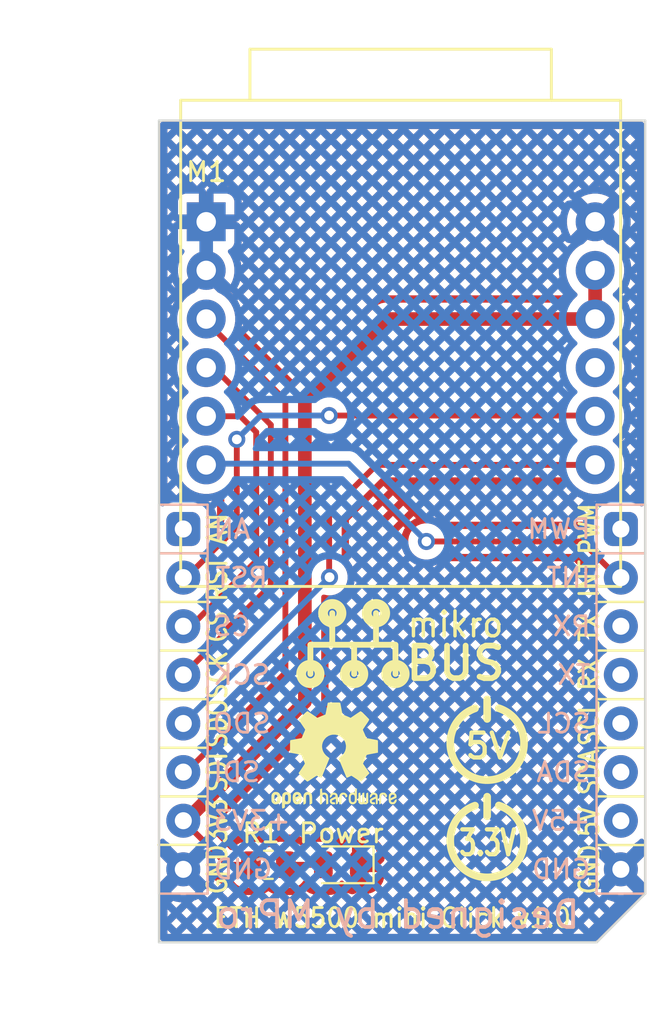
<source format=kicad_pcb>
(kicad_pcb (version 20241229) (generator "pcbnew") (generator_version "9.0")
  (title_block (title "Ethernet W5500 mini Click") (date "2023-08-20") (rev "1.0") (company "© 2023 MPro") (comment 1 "Designed by MPro") (comment 4 "Licensed under CERN-OHL-P v2 or any later version"))
  (layers (0 "F.Cu" signal) (2 "B.Cu" signal) (13 "F.Paste" user) (15 "B.Paste" user) (5 "F.SilkS" user "F.Silkscreen") (7 "B.SilkS" user "B.Silkscreen") (1 "F.Mask" user) (3 "B.Mask" user) (25 "Edge.Cuts" user))
  (net 0 "")
  (net 2 "/RST")
  (net 3 "/CS")
  (net 4 "/SCK")
  (net 5 "/MISO")
  (net 6 "/MOSI")
  (net 7 "/+3V3")
  (net 8 "GND")
  (net 14 "/INT")
  (net 17 "Net-(D1-A)")
  (footprint "footprints:W5500-MINI" (layer "F.Cu") (at 94.5412 47.6885)
    (property "Reference" "M1" (at 0 -2.6035 180) (layer "F.SilkS"))
    (property "Value" "W5500-MINI" (hide yes))
    (fp_line (start -1.3335 -6.35) (end -1.3335 19.05) (stroke (width 0.1524)) (layer "F.SilkS"))
    (fp_line (start -1.3335 -6.35) (end 21.6535 -6.35) (stroke (width 0.1524)) (layer "F.SilkS"))
    (fp_line (start -1.3335 19.05) (end 21.6535 19.05) (stroke (width 0.1524)) (layer "F.SilkS"))
    (fp_line (start 2.286 -6.35) (end 2.286 -9.017) (stroke (width 0.1524)) (layer "F.SilkS"))
    (fp_line (start 18.034 -9.017) (end 2.286 -9.017) (stroke (width 0.1524)) (layer "F.SilkS"))
    (fp_line (start 18.034 -6.35) (end 18.034 -9.017) (stroke (width 0.1524)) (layer "F.SilkS"))
    (fp_line (start 21.6535 -6.35) (end 21.6535 19.05) (stroke (width 0.1524)) (layer "F.SilkS"))
    (pad "1" thru_hole rect (at 0 0) (size 2.032 2.032) (drill 1.016) (layers "*.Cu" "*.Mask") (net 8 "GND"))
    (pad "2" thru_hole circle (at 0 2.54) (size 2.032 2.032) (drill 1.016) (layers "*.Cu" "*.Mask") (net 8 "GND"))
    (pad "3" thru_hole circle (at 0 5.08) (size 2.032 2.032) (drill 1.016) (layers "*.Cu" "*.Mask") (net 6 "/MOSI"))
    (pad "4" thru_hole circle (at 0 7.62) (size 2.032 2.032) (drill 1.016) (layers "*.Cu" "*.Mask") (net 4 "/SCK"))
    (pad "5" thru_hole circle (at 0 10.16) (size 2.032 2.032) (drill 1.016) (layers "*.Cu" "*.Mask") (net 3 "/CS"))
    (pad "6" thru_hole circle (at 0 12.7) (size 2.032 2.032) (drill 1.016) (layers "*.Cu" "*.Mask") (net 14 "/INT"))
    (pad "7" thru_hole circle (at 20.32 12.7) (size 2.032 2.032) (drill 1.016) (layers "*.Cu" "*.Mask") (net 5 "/MISO"))
    (pad "8" thru_hole circle (at 20.32 10.16) (size 2.032 2.032) (drill 1.016) (layers "*.Cu" "*.Mask") (net 2 "/RST"))
    (pad "9" thru_hole circle (at 20.32 7.62) (size 2.032 2.032) (drill 1.016) (layers "*.Cu" "*.Mask"))
    (pad "10" thru_hole circle (at 20.32 5.08) (size 2.032 2.032) (drill 1.016) (layers "*.Cu" "*.Mask") (net 7 "/+3V3"))
    (pad "11" thru_hole circle (at 20.32 2.54) (size 2.032 2.032) (drill 1.016) (layers "*.Cu" "*.Mask") (net 7 "/+3V3"))
    (pad "12" thru_hole circle (at 20.32 0) (size 2.032 2.032) (drill 1.016) (layers "*.Cu" "*.Mask") (net 8 "GND"))
  )
  (footprint "footprints:OSHW-Logo2_7.3x6mm_SilkScreen" (layer "F.Cu") (at 101.219 75.565)
    (property "Reference" "LOGO1" (hide yes))
    (property "Value" "Logo_Open_Hardware_Small" (hide yes))
    (fp_poly (pts (xy 2.6526 1.958752) (xy 2.669948 1.966334) (xy 2.711356 1.999128) (xy 2.746765 2.046547) (xy 2.768664 2.097151) (xy 2.772229 2.122098) (xy 2.760279 2.156927) (xy 2.734067 2.175357) (xy 2.705964 2.186516) (xy 2.693095 2.188572) (xy 2.686829 2.173649) (xy 2.674456 2.141175) (xy 2.669028 2.126502) (xy 2.63859 2.075744) (xy 2.59452 2.050427) (xy 2.53801 2.051206) (xy 2.533825 2.052203) (xy 2.503655 2.066507) (xy 2.481476 2.094393) (xy 2.466327 2.139287) (xy 2.45725 2.204615) (xy 2.453286 2.293804) (xy 2.452914 2.341261) (xy 2.45273 2.416071) (xy 2.451522 2.467069) (xy 2.448309 2.499471) (xy 2.442109 2.518495) (xy 2.43194 2.529356) (xy 2.416819 2.537272) (xy 2.415946 2.53767) (xy 2.386828 2.549981) (xy 2.372403 2.554514) (xy 2.370186 2.540809) (xy 2.368289 2.502925) (xy 2.366847 2.445715) (xy 2.365998 2.374027) (xy 2.365829 2.321565) (xy 2.366692 2.220047) (xy 2.37007 2.143032) (xy 2.377142 2.086023) (xy 2.389088 2.044526) (xy 2.40709 2.014043) (xy 2.432327 1.99008) (xy 2.457247 1.973355) (xy 2.517171 1.951097) (xy 2.586911 1.946076) (xy 2.6526 1.958752)) (stroke (width 0.01)) (fill yes) (layer "F.SilkS"))
    (fp_poly (pts (xy -1.283907 1.92778) (xy -1.237328 1.954723) (xy -1.204943 1.981466) (xy -1.181258 2.009484) (xy -1.164941 2.043748) (xy -1.154661 2.089227) (xy -1.149086 2.150892) (xy -1.146884 2.233711) (xy -1.146629 2.293246) (xy -1.146629 2.512391) (xy -1.208314 2.540044) (xy -1.27 2.567697) (xy -1.277257 2.32767) (xy -1.280256 2.238028) (xy -1.283402 2.172962) (xy -1.287299 2.128026) (xy -1.292553 2.09877) (xy -1.299769 2.080748) (xy -1.30955 2.069511) (xy -1.312688 2.067079) (xy -1.360239 2.048083) (xy -1.408303 2.0556) (xy -1.436914 2.075543) (xy -1.448553 2.089675) (xy -1.456609 2.10822) (xy -1.461729 2.136334) (xy -1.464559 2.179173) (xy -1.465744 2.241895) (xy -1.465943 2.307261) (xy -1.465982 2.389268) (xy -1.467386 2.447316) (xy -1.472086 2.486465) (xy -1.482013 2.51178) (xy -1.499097 2.528323) (xy -1.525268 2.541156) (xy -1.560225 2.554491) (xy -1.598404 2.569007) (xy -1.593859 2.311389) (xy -1.592029 2.218519) (xy -1.589888 2.149889) (xy -1.586819 2.100711) (xy -1.582206 2.066198) (xy -1.575432 2.041562) (xy -1.565881 2.022016) (xy -1.554366 2.00477) (xy -1.49881 1.94968) (xy -1.43102 1.917822) (xy -1.357287 1.910191) (xy -1.283907 1.92778)) (stroke (width 0.01)) (fill yes) (layer "F.SilkS"))
    (fp_poly (pts (xy 0.529926 1.949755) (xy 0.595858 1.974084) (xy 0.649273 2.017117) (xy 0.670164 2.047409) (xy 0.692939 2.102994) (xy 0.692466 2.143186) (xy 0.668562 2.170217) (xy 0.659717 2.174813) (xy 0.62153 2.189144) (xy 0.602028 2.185472) (xy 0.595422 2.161407) (xy 0.595086 2.148114) (xy 0.582992 2.09921) (xy 0.551471 2.064999) (xy 0.507659 2.048476) (xy 0.458695 2.052634) (xy 0.418894 2.074227) (xy 0.40545 2.086544) (xy 0.395921 2.101487) (xy 0.389485 2.124075) (xy 0.385317 2.159328) (xy 0.382597 2.212266) (xy 0.380502 2.287907) (xy 0.37996 2.311857) (xy 0.377981 2.39379) (xy 0.375731 2.451455) (xy 0.372357 2.489608) (xy 0.367006 2.513004) (xy 0.358824 2.526398) (xy 0.346959 2.534545) (xy 0.339362 2.538144) (xy 0.307102 2.550452) (xy 0.288111 2.554514) (xy 0.281836 2.540948) (xy 0.278006 2.499934) (xy 0.2766 2.430999) (xy 0.277598 2.333669) (xy 0.277908 2.318657) (xy 0.280101 2.229859) (xy 0.282693 2.165019) (xy 0.286382 2.119067) (xy 0.291864 2.086935) (xy 0.299835 2.063553) (xy 0.310993 2.043852) (xy 0.31683 2.03541) (xy 0.350296 1.998057) (xy 0.387727 1.969003) (xy 0.392309 1.966467) (xy 0.459426 1.946443) (xy 0.529926 1.949755)) (stroke (width 0.01)) (fill yes) (layer "F.SilkS"))
    (fp_poly (pts (xy -0.624114 1.851289) (xy -0.619861 1.910613) (xy -0.614975 1.945572) (xy -0.608205 1.96082) (xy -0.598298 1.961015) (xy -0.595086 1.959195) (xy -0.552356 1.946015) (xy -0.496773 1.946785) (xy -0.440263 1.960333) (xy -0.404918 1.977861) (xy -0.368679 2.005861) (xy -0.342187 2.037549) (xy -0.324001 2.077813) (xy -0.312678 2.131543) (xy -0.306778 2.203626) (xy -0.304857 2.298951) (xy -0.304823 2.317237) (xy -0.3048 2.522646) (xy -0.350509 2.53858) (xy -0.382973 2.54942) (xy -0.400785 2.554468) (xy -0.401309 2.554514) (xy -0.403063 2.540828) (xy -0.404556 2.503076) (xy -0.405674 2.446224) (xy -0.406303 2.375234) (xy -0.4064 2.332073) (xy -0.406602 2.246973) (xy -0.407642 2.185981) (xy -0.410169 2.144177) (xy -0.414836 2.116642) (xy -0.422293 2.098456) (xy -0.433189 2.084698) (xy -0.439993 2.078073) (xy -0.486728 2.051375) (xy -0.537728 2.049375) (xy -0.583999 2.071955) (xy -0.592556 2.080107) (xy -0.605107 2.095436) (xy -0.613812 2.113618) (xy -0.619369 2.139909) (xy -0.622474 2.179562) (xy -0.623824 2.237832) (xy -0.624114 2.318173) (xy -0.624114 2.522646) (xy -0.669823 2.53858) (xy -0.702287 2.54942) (xy -0.720099 2.554468) (xy -0.720623 2.554514) (xy -0.721963 2.540623) (xy -0.723172 2.501439) (xy -0.724199 2.4407) (xy -0.724998 2.362141) (xy -0.725519 2.269498) (xy -0.725714 2.166509) (xy -0.725714 1.769342) (xy -0.678543 1.749444) (xy -0.631371 1.729547) (xy -0.624114 1.851289)) (stroke (width 0.01)) (fill yes) (layer "F.SilkS"))
    (fp_poly (pts (xy 1.779833 1.958663) (xy 1.782048 1.99685) (xy 1.783784 2.054886) (xy 1.784899 2.12818) (xy 1.785257 2.205055) (xy 1.785257 2.465196) (xy 1.739326 2.511127) (xy 1.707675 2.539429) (xy 1.67989 2.550893) (xy 1.641915 2.550168) (xy 1.62684 2.548321) (xy 1.579726 2.542948) (xy 1.540756 2.539869) (xy 1.531257 2.539585) (xy 1.499233 2.541445) (xy 1.453432 2.546114) (xy 1.435674 2.548321) (xy 1.392057 2.551735) (xy 1.362745 2.54432) (xy 1.33368 2.521427) (xy 1.323188 2.511127) (xy 1.277257 2.465196) (xy 1.277257 1.978602) (xy 1.314226 1.961758) (xy 1.346059 1.949282) (xy 1.364683 1.944914) (xy 1.369458 1.958718) (xy 1.373921 1.997286) (xy 1.377775 2.056356) (xy 1.380722 2.131663) (xy 1.382143 2.195286) (xy 1.386114 2.445657) (xy 1.420759 2.450556) (xy 1.452268 2.447131) (xy 1.467708 2.436041) (xy 1.472023 2.415308) (xy 1.475708 2.371145) (xy 1.478469 2.309146) (xy 1.480012 2.234909) (xy 1.480235 2.196706) (xy 1.480457 1.976783) (xy 1.526166 1.960849) (xy 1.558518 1.950015) (xy 1.576115 1.944962) (xy 1.576623 1.944914) (xy 1.578388 1.958648) (xy 1.580329 1.99673) (xy 1.582282 2.054482) (xy 1.584084 2.127227) (xy 1.585343 2.195286) (xy 1.589314 2.445657) (xy 1.6764 2.445657) (xy 1.680396 2.21724) (xy 1.684392 1.988822) (xy 1.726847 1.966868) (xy 1.758192 1.951793) (xy 1.776744 1.944951) (xy 1.777279 1.944914) (xy 1.779833 1.958663)) (stroke (width 0.01)) (fill yes) (layer "F.SilkS"))
    (fp_poly (pts (xy -2.958885 1.921962) (xy -2.890855 1.957733) (xy -2.840649 2.015301) (xy -2.822815 2.052312) (xy -2.808937 2.107882) (xy -2.801833 2.178096) (xy -2.80116 2.254727) (xy -2.806573 2.329552) (xy -2.81773 2.394342) (xy -2.834286 2.440873) (xy -2.839374 2.448887) (xy -2.899645 2.508707) (xy -2.971231 2.544535) (xy -3.048908 2.55502) (xy -3.127452 2.53881) (xy -3.149311 2.529092) (xy -3.191878 2.499143) (xy -3.229237 2.459433) (xy -3.232768 2.454397) (xy -3.247119 2.430124) (xy -3.256606 2.404178) (xy -3.26221 2.370022) (xy -3.264914 2.321119) (xy -3.265701 2.250935) (xy -3.265714 2.2352) (xy -3.265678 2.230192) (xy -3.120571 2.230192) (xy -3.119727 2.29643) (xy -3.116404 2.340386) (xy -3.109417 2.368779) (xy -3.097584 2.388325) (xy -3.091543 2.394857) (xy -3.056814 2.41968) (xy -3.023097 2.418548) (xy -2.989005 2.397016) (xy -2.968671 2.374029) (xy -2.956629 2.340478) (xy -2.949866 2.287569) (xy -2.949402 2.281399) (xy -2.948248 2.185513) (xy -2.960312 2.114299) (xy -2.98543 2.068194) (xy -3.02344 2.047635) (xy -3.037008 2.046514) (xy -3.072636 2.052152) (xy -3.097006 2.071686) (xy -3.111907 2.109042) (xy -3.119125 2.16815) (xy -3.120571 2.230192) (xy -3.265678 2.230192) (xy -3.265174 2.160413) (xy -3.262904 2.108159) (xy -3.257932 2.071949) (xy -3.249287 2.045299) (xy -3.235995 2.021722) (xy -3.233057 2.017338) (xy -3.183687 1.958249) (xy -3.129891 1.923947) (xy -3.064398 1.910331) (xy -3.042158 1.909665) (xy -2.958885 1.921962)) (stroke (width 0.01)) (fill yes) (layer "F.SilkS"))
    (fp_poly (pts (xy 3.153595 1.966966) (xy 3.211021 2.004497) (xy 3.238719 2.038096) (xy 3.260662 2.099064) (xy 3.262405 2.147308) (xy 3.258457 2.211816) (xy 3.109686 2.276934) (xy 3.037349 2.310202) (xy 2.990084 2.336964) (xy 2.965507 2.360144) (xy 2.961237 2.382667) (xy 2.974889 2.407455) (xy 2.989943 2.423886) (xy 3.033746 2.450235) (xy 3.081389 2.452081) (xy 3.125145 2.431546) (xy 3.157289 2.390752) (xy 3.163038 2.376347) (xy 3.190576 2.331356) (xy 3.222258 2.312182) (xy 3.265714 2.295779) (xy 3.265714 2.357966) (xy 3.261872 2.400283) (xy 3.246823 2.435969) (xy 3.21528 2.476943) (xy 3.210592 2.482267) (xy 3.175506 2.51872) (xy 3.145347 2.538283) (xy 3.107615 2.547283) (xy 3.076335 2.55023) (xy 3.020385 2.550965) (xy 2.980555 2.54166) (xy 2.955708 2.527846) (xy 2.916656 2.497467) (xy 2.889625 2.464613) (xy 2.872517 2.423294) (xy 2.863238 2.367521) (xy 2.859693 2.291305) (xy 2.85941 2.252622) (xy 2.860372 2.206247) (xy 2.948007 2.206247) (xy 2.949023 2.231126) (xy 2.951556 2.2352) (xy 2.968274 2.229665) (xy 3.004249 2.215017) (xy 3.052331 2.19419) (xy 3.062386 2.189714) (xy 3.123152 2.158814) (xy 3.156632 2.131657) (xy 3.16399 2.10622) (xy 3.146391 2.080481) (xy 3.131856 2.069109) (xy 3.07941 2.046364) (xy 3.030322 2.050122) (xy 2.989227 2.077884) (xy 2.960758 2.127152) (xy 2.951631 2.166257) (xy 2.948007 2.206247) (xy 2.860372 2.206247) (xy 2.861285 2.162249) (xy 2.868196 2.095384) (xy 2.881884 2.046695) (xy 2.904096 2.010849) (xy 2.936574 1.982513) (xy 2.950733 1.973355) (xy 3.015053 1.949507) (xy 3.085473 1.948006) (xy 3.153595 1.966966)) (stroke (width 0.01)) (fill yes) (layer "F.SilkS"))
    (fp_poly (pts (xy 1.190117 2.065358) (xy 1.189933 2.173837) (xy 1.189219 2.257287) (xy 1.187675 2.319704) (xy 1.185001 2.365085) (xy 1.180894 2.397429) (xy 1.175055 2.420733) (xy 1.167182 2.438995) (xy 1.161221 2.449418) (xy 1.111855 2.505945) (xy 1.049264 2.541377) (xy 0.980013 2.55409) (xy 0.910668 2.542463) (xy 0.869375 2.521568) (xy 0.826025 2.485422) (xy 0.796481 2.441276) (xy 0.778655 2.383462) (xy 0.770463 2.306313) (xy 0.769302 2.249714) (xy 0.769458 2.245647) (xy 0.870857 2.245647) (xy 0.871476 2.31055) (xy 0.874314 2.353514) (xy 0.88084 2.381622) (xy 0.892523 2.401953) (xy 0.906483 2.417288) (xy 0.953365 2.44689) (xy 1.003701 2.449419) (xy 1.051276 2.424705) (xy 1.054979 2.421356) (xy 1.070783 2.403935) (xy 1.080693 2.383209) (xy 1.086058 2.352362) (xy 1.088228 2.304577) (xy 1.088571 2.251748) (xy 1.087827 2.185381) (xy 1.084748 2.141106) (xy 1.078061 2.112009) (xy 1.066496 2.091173) (xy 1.057013 2.080107) (xy 1.01296 2.052198) (xy 0.962224 2.048843) (xy 0.913796 2.070159) (xy 0.90445 2.078073) (xy 0.88854 2.095647) (xy 0.87861 2.116587) (xy 0.873278 2.147782) (xy 0.871163 2.196122) (xy 0.870857 2.245647) (xy 0.769458 2.245647) (xy 0.77281 2.158568) (xy 0.784726 2.090086) (xy 0.807135 2.0386) (xy 0.842124 1.998443) (xy 0.869375 1.977861) (xy 0.918907 1.955625) (xy 0.976316 1.945304) (xy 1.029682 1.948067) (xy 1.059543 1.959212) (xy 1.071261 1.962383) (xy 1.079037 1.950557) (xy 1.084465 1.918866) (xy 1.088571 1.870593) (xy 1.093067 1.816829) (xy 1.099313 1.784482) (xy 1.110676 1.765985) (xy 1.130528 1.75377) (xy 1.143 1.748362) (xy 1.190171 1.728601) (xy 1.190117 2.065358)) (stroke (width 0.01)) (fill yes) (layer "F.SilkS"))
    (fp_poly (pts (xy -1.831697 1.931239) (xy -1.774473 1.969735) (xy -1.730251 2.025335) (xy -1.703833 2.096086) (xy -1.69849 2.148162) (xy -1.699097 2.169893) (xy -1.704178 2.186531) (xy -1.718145 2.201437) (xy -1.745411 2.217973) (xy -1.790388 2.239498) (xy -1.857489 2.269374) (xy -1.857829 2.269524) (xy -1.919593 2.297813) (xy -1.970241 2.322933) (xy -2.004596 2.342179) (xy -2.017482 2.352848) (xy -2.017486 2.352934) (xy -2.006128 2.376166) (xy -1.979569 2.401774) (xy -1.949077 2.420221) (xy -1.93363 2.423886) (xy -1.891485 2.411212) (xy -1.855192 2.379471) (xy -1.837483 2.344572) (xy -1.820448 2.318845) (xy -1.787078 2.289546) (xy -1.747851 2.264235) (xy -1.713244 2.250471) (xy -1.706007 2.249714) (xy -1.697861 2.26216) (xy -1.69737 2.293972) (xy -1.703357 2.336866) (xy -1.714643 2.382558) (xy -1.73005 2.422761) (xy -1.730829 2.424322) (xy -1.777196 2.489062) (xy -1.837289 2.533097) (xy -1.905535 2.554711) (xy -1.976362 2.552185) (xy -2.044196 2.523804) (xy -2.047212 2.521808) (xy -2.100573 2.473448) (xy -2.13566 2.410352) (xy -2.155078 2.327387) (xy -2.157684 2.304078) (xy -2.162299 2.194055) (xy -2.156767 2.142748) (xy -2.017486 2.142748) (xy -2.015676 2.174753) (xy -2.005778 2.184093) (xy -1.981102 2.177105) (xy -1.942205 2.160587) (xy -1.898725 2.139881) (xy -1.897644 2.139333) (xy -1.860791 2.119949) (xy -1.846 2.107013) (xy -1.849647 2.093451) (xy -1.865005 2.075632) (xy -1.904077 2.049845) (xy -1.946154 2.04795) (xy -1.983897 2.066717) (xy -2.009966 2.102915) (xy -2.017486 2.142748) (xy -2.156767 2.142748) (xy -2.152806 2.106027) (xy -2.12845 2.036212) (xy -2.094544 1.987302) (xy -2.033347 1.937878) (xy -1.965937 1.913359) (xy -1.89712 1.911797) (xy -1.831697 1.931239)) (stroke (width 0.01)) (fill yes) (layer "F.SilkS"))
    (fp_poly (pts (xy 0.039744 1.950968) (xy 0.096616 1.972087) (xy 0.097267 1.972493) (xy 0.13244 1.99838) (xy 0.158407 2.028633) (xy 0.17667 2.068058) (xy 0.188732 2.121462) (xy 0.196096 2.193651) (xy 0.200264 2.289432) (xy 0.200629 2.303078) (xy 0.205876 2.508842) (xy 0.161716 2.531678) (xy 0.129763 2.54711) (xy 0.11047 2.554423) (xy 0.109578 2.554514) (xy 0.106239 2.541022) (xy 0.103587 2.504626) (xy 0.101956 2.451452) (xy 0.1016 2.408393) (xy 0.101592 2.338641) (xy 0.098403 2.294837) (xy 0.087288 2.273944) (xy 0.063501 2.272925) (xy 0.022296 2.288741) (xy -0.039914 2.317815) (xy -0.085659 2.341963) (xy -0.109187 2.362913) (xy -0.116104 2.385747) (xy -0.116114 2.386877) (xy -0.104701 2.426212) (xy -0.070908 2.447462) (xy -0.019191 2.450539) (xy 0.018061 2.450006) (xy 0.037703 2.460735) (xy 0.049952 2.486505) (xy 0.057002 2.519337) (xy 0.046842 2.537966) (xy 0.043017 2.540632) (xy 0.007001 2.55134) (xy -0.043434 2.552856) (xy -0.095374 2.545759) (xy -0.132178 2.532788) (xy -0.183062 2.489585) (xy -0.211986 2.429446) (xy -0.217714 2.382462) (xy -0.213343 2.340082) (xy -0.197525 2.305488) (xy -0.166203 2.274763) (xy -0.115322 2.24399) (xy -0.040824 2.209252) (xy -0.036286 2.207288) (xy 0.030821 2.176287) (xy 0.072232 2.150862) (xy 0.089981 2.128014) (xy 0.086107 2.104745) (xy 0.062643 2.078056) (xy 0.055627 2.071914) (xy 0.00863 2.0481) (xy -0.040067 2.049103) (xy -0.082478 2.072451) (xy -0.110616 2.115675) (xy -0.113231 2.12416) (xy -0.138692 2.165308) (xy -0.170999 2.185128) (xy -0.217714 2.20477) (xy -0.217714 2.15395) (xy -0.203504 2.080082) (xy -0.161325 2.012327) (xy -0.139376 1.989661) (xy -0.089483 1.960569) (xy -0.026033 1.9474) (xy 0.039744 1.950968)) (stroke (width 0.01)) (fill yes) (layer "F.SilkS"))
    (fp_poly (pts (xy -2.400256 1.919918) (xy -2.344799 1.947568) (xy -2.295852 1.99848) (xy -2.282371 2.017338) (xy -2.267686 2.042015) (xy -2.258158 2.068816) (xy -2.252707 2.104587) (xy -2.250253 2.156169) (xy -2.249714 2.224267) (xy -2.252148 2.317588) (xy -2.260606 2.387657) (xy -2.276826 2.439931) (xy -2.302546 2.479869) (xy -2.339503 2.512929) (xy -2.342218 2.514886) (xy -2.37864 2.534908) (xy -2.422498 2.544815) (xy -2.478276 2.547257) (xy -2.568952 2.547257) (xy -2.56899 2.635283) (xy -2.569834 2.684308) (xy -2.574976 2.713065) (xy -2.588413 2.730311) (xy -2.614142 2.744808) (xy -2.620321 2.747769) (xy -2.649236 2.761648) (xy -2.671624 2.770414) (xy -2.688271 2.771171) (xy -2.699964 2.761023) (xy -2.70749 2.737073) (xy -2.711634 2.696426) (xy -2.713185 2.636186) (xy -2.712929 2.553455) (xy -2.711651 2.445339) (xy -2.711252 2.413) (xy -2.709815 2.301524) (xy -2.708528 2.228603) (xy -2.569029 2.228603) (xy -2.568245 2.290499) (xy -2.56476 2.330997) (xy -2.556876 2.357708) (xy -2.542895 2.378244) (xy -2.533403 2.38826) (xy -2.494596 2.417567) (xy -2.460237 2.419952) (xy -2.424784 2.39575) (xy -2.423886 2.394857) (xy -2.409461 2.376153) (xy -2.400687 2.350732) (xy -2.396261 2.311584) (xy -2.394882 2.251697) (xy -2.394857 2.23843) (xy -2.398188 2.155901) (xy -2.409031 2.098691) (xy -2.42866 2.063766) (xy -2.45835 2.048094) (xy -2.475509 2.046514) (xy -2.516234 2.053926) (xy -2.544168 2.07833) (xy -2.560983 2.12298) (xy -2.56835 2.19113) (xy -2.569029 2.228603) (xy -2.708528 2.228603) (xy -2.708292 2.215245) (xy -2.706323 2.150333) (xy -2.70355 2.102958) (xy -2.699612 2.06929) (xy -2.694151 2.045498) (xy -2.686808 2.027753) (xy -2.677223 2.012224) (xy -2.673113 2.006381) (xy -2.618595 1.951185) (xy -2.549664 1.91989) (xy -2.469928 1.911165) (xy -2.400256 1.919918)) (stroke (width 0.01)) (fill yes) (layer "F.SilkS"))
    (fp_poly (pts (xy 2.144876 1.956335) (xy 2.186667 1.975344) (xy 2.219469 1.998378) (xy 2.243503 2.024133) (xy 2.260097 2.057358) (xy 2.270577 2.1028) (xy 2.276271 2.165207) (xy 2.278507 2.249327) (xy 2.278743 2.304721) (xy 2.278743 2.520826) (xy 2.241774 2.53767) (xy 2.212656 2.549981) (xy 2.198231 2.554514) (xy 2.195472 2.541025) (xy 2.193282 2.504653) (xy 2.191942 2.451542) (xy 2.191657 2.409372) (xy 2.190434 2.348447) (xy 2.187136 2.300115) (xy 2.182321 2.270518) (xy 2.178496 2.264229) (xy 2.152783 2.270652) (xy 2.112418 2.287125) (xy 2.065679 2.309458) (xy 2.020845 2.333457) (xy 1.986193 2.35493) (xy 1.970002 2.369685) (xy 1.969938 2.369845) (xy 1.97133 2.397152) (xy 1.983818 2.423219) (xy 2.005743 2.444392) (xy 2.037743 2.451474) (xy 2.065092 2.450649) (xy 2.103826 2.450042) (xy 2.124158 2.459116) (xy 2.136369 2.483092) (xy 2.137909 2.487613) (xy 2.143203 2.521806) (xy 2.129047 2.542568) (xy 2.092148 2.552462) (xy 2.052289 2.554292) (xy 1.980562 2.540727) (xy 1.943432 2.521355) (xy 1.897576 2.475845) (xy 1.873256 2.419983) (xy 1.871073 2.360957) (xy 1.891629 2.305953) (xy 1.922549 2.271486) (xy 1.95342 2.252189) (xy 2.001942 2.227759) (xy 2.058485 2.202985) (xy 2.06791 2.199199) (xy 2.130019 2.171791) (xy 2.165822 2.147634) (xy 2.177337 2.123619) (xy 2.16658 2.096635) (xy 2.148114 2.075543) (xy 2.104469 2.049572) (xy 2.056446 2.047624) (xy 2.012406 2.067637) (xy 1.980709 2.107551) (xy 1.976549 2.117848) (xy 1.952327 2.155724) (xy 1.916965 2.183842) (xy 1.872343 2.206917) (xy 1.872343 2.141485) (xy 1.874969 2.101506) (xy 1.88623 2.069997) (xy 1.911199 2.036378) (xy 1.935169 2.010484) (xy 1.972441 1.973817) (xy 2.001401 1.954121) (xy 2.032505 1.94622) (xy 2.067713 1.944914) (xy 2.144876 1.956335)) (stroke (width 0.01)) (fill yes) (layer "F.SilkS"))
    (fp_poly (pts (xy 0.10391 -2.757652) (xy 0.182454 -2.757222) (xy 0.239298 -2.756058) (xy 0.278105 -2.753793) (xy 0.302538 -2.75006) (xy 0.316262 -2.744494) (xy 0.32294 -2.736727) (xy 0.326236 -2.726395) (xy 0.326556 -2.725057) (xy 0.331562 -2.700921) (xy 0.340829 -2.653299) (xy 0.353392 -2.587259) (xy 0.368287 -2.507872) (xy 0.384551 -2.420204) (xy 0.385119 -2.417125) (xy 0.40141 -2.331211) (xy 0.416652 -2.255304) (xy 0.429861 -2.193955) (xy 0.440054 -2.151718) (xy 0.446248 -2.133145) (xy 0.446543 -2.132816) (xy 0.464788 -2.123747) (xy 0.502405 -2.108633) (xy 0.551271 -2.090738) (xy 0.551543 -2.090642) (xy 0.613093 -2.067507) (xy 0.685657 -2.038035) (xy 0.754057 -2.008403) (xy 0.757294 -2.006938) (xy 0.868702 -1.956374) (xy 1.115399 -2.12484) (xy 1.191077 -2.176197) (xy 1.259631 -2.222111) (xy 1.317088 -2.25997) (xy 1.359476 -2.287163) (xy 1.382825 -2.301079) (xy 1.385042 -2.302111) (xy 1.40201 -2.297516) (xy 1.433701 -2.275345) (xy 1.481352 -2.234553) (xy 1.546198 -2.174095) (xy 1.612397 -2.109773) (xy 1.676214 -2.046388) (xy 1.733329 -1.988549) (xy 1.780305 -1.939825) (xy 1.813703 -1.90379) (xy 1.830085 -1.884016) (xy 1.830694 -1.882998) (xy 1.832505 -1.869428) (xy 1.825683 -1.847267) (xy 1.80854 -1.813522) (xy 1.779393 -1.7652) (xy 1.736555 -1.699308) (xy 1.679448 -1.614483) (xy 1.628766 -1.539823) (xy 1.583461 -1.47286) (xy 1.54615 -1.417484) (xy 1.519452 -1.37758) (xy 1.505985 -1.357038) (xy 1.505137 -1.355644) (xy 1.506781 -1.335962) (xy 1.519245 -1.297707) (xy 1.540048 -1.248111) (xy 1.547462 -1.232272) (xy 1.579814 -1.16171) (xy 1.614328 -1.081647) (xy 1.642365 -1.012371) (xy 1.662568 -0.960955) (xy 1.678615 -0.921881) (xy 1.687888 -0.901459) (xy 1.689041 -0.899886) (xy 1.706096 -0.897279) (xy 1.746298 -0.890137) (xy 1.804302 -0.879477) (xy 1.874763 -0.866315) (xy 1.952335 -0.851667) (xy 2.031672 -0.836551) (xy 2.107431 -0.821982) (xy 2.174264 -0.808978) (xy 2.226828 -0.798555) (xy 2.259776 -0.79173) (xy 2.267857 -0.789801) (xy 2.276205 -0.785038) (xy 2.282506 -0.774282) (xy 2.287045 -0.753902) (xy 2.290104 -0.720266) (xy 2.291967 -0.669745) (xy 2.292918 -0.598708) (xy 2.29324 -0.503524) (xy 2.293257 -0.464508) (xy 2.293257 -0.147201) (xy 2.217057 -0.132161) (xy 2.174663 -0.124005) (xy 2.1114 -0.112101) (xy 2.034962 -0.097884) (xy 1.953043 -0.08279) (xy 1.9304 -0.078645) (xy 1.854806 -0.063947) (xy 1.788953 -0.049495) (xy 1.738366 -0.036625) (xy 1.708574 -0.026678) (xy 1.703612 -0.023713) (xy 1.691426 -0.002717) (xy 1.673953 0.037967) (xy 1.654577 0.090322) (xy 1.650734 0.1016) (xy 1.625339 0.171523) (xy 1.593817 0.250418) (xy 1.562969 0.321266) (xy 1.562817 0.321595) (xy 1.511447 0.432733) (xy 1.680399 0.681253) (xy 1.849352 0.929772) (xy 1.632429 1.147058) (xy 1.566819 1.211726) (xy 1.506979 1.268733) (xy 1.456267 1.315033) (xy 1.418046 1.347584) (xy 1.395675 1.363343) (xy 1.392466 1.364343) (xy 1.373626 1.356469) (xy 1.33518 1.334578) (xy 1.28133 1.301267) (xy 1.216276 1.259131) (xy 1.14594 1.211943) (xy 1.074555 1.16381) (xy 1.010908 1.121928) (xy 0.959041 1.088871) (xy 0.922995 1.067218) (xy 0.906867 1.059543) (xy 0.887189 1.066037) (xy 0.849875 1.08315) (xy 0.802621 1.107326) (xy 0.797612 1.110013) (xy 0.733977 1.141927) (xy 0.690341 1.157579) (xy 0.663202 1.157745) (xy 0.649057 1.143204) (xy 0.648975 1.143) (xy 0.641905 1.125779) (xy 0.625042 1.084899) (xy 0.599695 1.023525) (xy 0.567171 0.944819) (xy 0.528778 0.851947) (xy 0.485822 0.748072) (xy 0.444222 0.647502) (xy 0.398504 0.536516) (xy 0.356526 0.433703) (xy 0.319548 0.342215) (xy 0.288827 0.265201) (xy 0.265622 0.205815) (xy 0.25119 0.167209) (xy 0.246743 0.1528) (xy 0.257896 0.136272) (xy 0.287069 0.10993) (xy 0.325971 0.080887) (xy 0.436757 -0.010961) (xy 0.523351 -0.116241) (xy 0.584716 -0.232734) (xy 0.619815 -0.358224) (xy 0.627608 -0.490493) (xy 0.621943 -0.551543) (xy 0.591078 -0.678205) (xy 0.53792 -0.790059) (xy 0.465767 -0.885999) (xy 0.377917 -0.964924) (xy 0.277665 -1.02573) (xy 0.16831 -1.067313) (xy 0.053147 -1.088572) (xy -0.064525 -1.088401) (xy -0.18141 -1.065699) (xy -0.294211 -1.019362) (xy -0.399631 -0.948287) (xy -0.443632 -0.908089) (xy -0.528021 -0.804871) (xy -0.586778 -0.692075) (xy -0.620296 -0.57299) (xy -0.628965 -0.450905) (xy -0.613177 -0.329107) (xy -0.573322 -0.210884) (xy -0.509793 -0.099525) (xy -0.422979 0.001684) (xy -0.325971 0.080887) (xy -0.285563 0.111162) (xy -0.257018 0.137219) (xy -0.246743 0.152825) (xy -0.252123 0.169843) (xy -0.267425 0.2105) (xy -0.291388 0.271642) (xy -0.322756 0.350119) (xy -0.360268 0.44278) (xy -0.402667 0.546472) (xy -0.444337 0.647526) (xy -0.49031 0.758607) (xy -0.532893 0.861541) (xy -0.570779 0.953165) (xy -0.60266 1.030316) (xy -0.627229 1.089831) (xy -0.64318 1.128544) (xy -0.64909 1.143) (xy -0.663052 1.157685) (xy -0.69006 1.157642) (xy -0.733587 1.142099) (xy -0.79711 1.110284) (xy -0.797612 1.110013) (xy -0.84544 1.085323) (xy -0.884103 1.067338) (xy -0.905905 1.059614) (xy -0.906867 1.059543) (xy -0.923279 1.067378) (xy -0.959513 1.089165) (xy -1.011526 1.122328) (xy -1.075275 1.164291) (xy -1.14594 1.211943) (xy -1.217884 1.260191) (xy -1.282726 1.302151) (xy -1.336265 1.335227) (xy -1.374303 1.356821) (xy -1.392467 1.364343) (xy -1.409192 1.354457) (xy -1.44282 1.326826) (xy -1.48999 1.284495) (xy -1.547342 1.230505) (xy -1.611516 1.167899) (xy -1.632503 1.146983) (xy -1.849501 0.929623) (xy -1.684332 0.68722) (xy -1.634136 0.612781) (xy -1.590081 0.545972) (xy -1.554638 0.490665) (xy -1.530281 0.450729) (xy -1.519478 0.430036) (xy -1.519162 0.428563) (xy -1.524857 0.409058) (xy -1.540174 0.369822) (xy -1.562463 0.31743) (xy -1.578107 0.282355) (xy -1.607359 0.215201) (xy -1.634906 0.147358) (xy -1.656263 0.090034) (xy -1.662065 0.072572) (xy -1.678548 0.025938) (xy -1.69466 -0.010095) (xy -1.70351 -0.023713) (xy -1.72304 -0.032048) (xy -1.765666 -0.043863) (xy -1.825855 -0.057819) (xy -1.898078 -0.072578) (xy -1.9304 -0.078645) (xy -2.012478 -0.093727) (xy -2.091205 -0.108331) (xy -2.158891 -0.12102) (xy -2.20784 -0.130358) (xy -2.217057 -0.132161) (xy -2.293257 -0.147201) (xy -2.293257 -0.464508) (xy -2.293086 -0.568846) (xy -2.292384 -0.647787) (xy -2.290866 -0.704962) (xy -2.288251 -0.744001) (xy -2.284254 -0.768535) (xy -2.278591 -0.782195) (xy -2.27098 -0.788611) (xy -2.267857 -0.789801) (xy -2.249022 -0.79402) (xy -2.207412 -0.802438) (xy -2.14837 -0.814039) (xy -2.077243 -0.827805) (xy -1.999375 -0.84272) (xy -1.920113 -0.857768) (xy -1.844802 -0.871931) (xy -1.778787 -0.884194) (xy -1.727413 -0.893539) (xy -1.696025 -0.89895) (xy -1.689041 -0.899886) (xy -1.682715 -0.912404) (xy -1.66871 -0.945754) (xy -1.649645 -0.993623) (xy -1.642366 -1.012371) (xy -1.613004 -1.084805) (xy -1.578429 -1.16483) (xy -1.547463 -1.232272) (xy -1.524677 -1.283841) (xy -1.509518 -1.326215) (xy -1.504458 -1.352166) (xy -1.505264 -1.355644) (xy -1.515959 -1.372064) (xy -1.54038 -1.408583) (xy -1.575905 -1.461313) (xy -1.619913 -1.526365) (xy -1.669783 -1.599849) (xy -1.679644 -1.614355) (xy -1.737508 -1.700296) (xy -1.780044 -1.765739) (xy -1.808946 -1.813696) (xy -1.82591 -1.84718) (xy -1.832633 -1.869205) (xy -1.83081 -1.882783) (xy -1.830764 -1.882869) (xy -1.816414 -1.900703) (xy -1.784677 -1.935183) (xy -1.73899 -1.982732) (xy -1.682796 -2.039778) (xy -1.619532 -2.102745) (xy -1.612398 -2.109773) (xy -1.53267 -2.18698) (xy -1.471143 -2.24367) (xy -1.426579 -2.28089) (xy -1.397743 -2.299685) (xy -1.385042 -2.302111) (xy -1.366506 -2.291529) (xy -1.328039 -2.267084) (xy -1.273614 -2.231388) (xy -1.207202 -2.187053) (xy -1.132775 -2.136689) (xy -1.115399 -2.12484) (xy -0.868703 -1.956374) (xy -0.757294 -2.006938) (xy -0.689543 -2.036405) (xy -0.616817 -2.066041) (xy -0.554297 -2.08967) (xy -0.551543 -2.090642) (xy -0.50264 -2.108543) (xy -0.464943 -2.12368) (xy -0.446575 -2.13279) (xy -0.446544 -2.132816) (xy -0.440715 -2.149283) (xy -0.430808 -2.189781) (xy -0.417805 -2.249758) (xy -0.402691 -2.32466) (xy -0.386448 -2.409936) (xy -0.385119 -2.417125) (xy -0.368825 -2.504986) (xy -0.353867 -2.58474) (xy -0.341209 -2.651319) (xy -0.331814 -2.699653) (xy -0.326646 -2.724675) (xy -0.326556 -2.725057) (xy -0.323411 -2.735701) (xy -0.317296 -2.743738) (xy -0.304547 -2.749533) (xy -0.2815 -2.753453) (xy -0.244491 -2.755865) (xy -0.189856 -2.757135) (xy -0.113933 -2.757629) (xy -0.013056 -2.757714) (xy 0 -2.757714) (xy 0.10391 -2.757652)) (stroke (width 0.01)) (fill yes) (layer "F.SilkS"))
  )
  (footprint "footprints:Logo_Power_3V3" (layer "F.Cu") (at 109.22 80.01)
    (property "Reference" "REF**" (hide yes))
    (property "Value" "LOGO" (hide yes))
    (fp_line (start 0 -2.286) (end 0 -1.27) (stroke (width 0.4)) (layer "F.SilkS"))
    (fp_arc (start 0.609456 -1.82837) (mid 0.013495 1.927222) (end -0.635 -1.819656) (stroke (width 0.4)) (layer "F.SilkS"))
    (fp_text user "3.3V" (at -1.5748 0.889 0) (layer "F.SilkS") (effects (font (size 1.3 0.9) (thickness 0.225) (bold yes)) (justify left bottom)))
  )
  (footprint "footprints:mikroBUS_module_M" (layer "F.Cu") (at 93.345 63.7378)
    (property "Reference" "J1" (hide yes))
    (property "Value" "ETH W5500 mini Click v${REVISION}" (at 10.922 20.32 0) (layer "F.SilkS") (effects (font (size 1 0.9))))
    (fp_line (start -1.3 16.5) (end 1.24 16.5) (stroke (width 0.127)) (layer "F.SilkS"))
    (fp_line (start -1.27 1.27) (end 1.27 1.27) (stroke (width 0.127)) (layer "F.SilkS"))
    (fp_line (start -1.27 3.81) (end 1.27 3.81) (stroke (width 0.127)) (layer "F.SilkS"))
    (fp_line (start -1.27 6.35) (end 1.27 6.35) (stroke (width 0.127)) (layer "F.SilkS"))
    (fp_line (start -1.27 8.89) (end 1.27 8.89) (stroke (width 0.127)) (layer "F.SilkS"))
    (fp_line (start -1.27 11.43) (end 1.27 11.43) (stroke (width 0.127)) (layer "F.SilkS"))
    (fp_line (start -1.27 13.97) (end 1.27 13.97) (stroke (width 0.127)) (layer "F.SilkS"))
    (fp_line (start 21.59 1.27) (end 24.13 1.27) (stroke (width 0.127)) (layer "F.SilkS"))
    (fp_line (start 21.59 3.81) (end 24.13 3.81) (stroke (width 0.127)) (layer "F.SilkS"))
    (fp_line (start 21.59 6.35) (end 24.13 6.35) (stroke (width 0.127)) (layer "F.SilkS"))
    (fp_line (start 21.59 8.89) (end 24.13 8.89) (stroke (width 0.127)) (layer "F.SilkS"))
    (fp_line (start 21.59 11.43) (end 24.13 11.43) (stroke (width 0.127)) (layer "F.SilkS"))
    (fp_line (start 21.59 13.97) (end 24.13 13.97) (stroke (width 0.127)) (layer "F.SilkS"))
    (fp_line (start 21.59 16.51) (end 24.13 16.51) (stroke (width 0.127)) (layer "F.SilkS"))
    (fp_line (start -1.27 -1.27) (end -1.27 1.27) (stroke (width 0.127)) (layer "B.SilkS"))
    (fp_line (start -1.27 1.27) (end -1.27 19.05) (stroke (width 0.127)) (layer "B.SilkS"))
    (fp_line (start -1.27 1.27) (end 1.27 1.27) (stroke (width 0.127)) (layer "B.SilkS"))
    (fp_line (start -1.27 19.05) (end 1.27 19.05) (stroke (width 0.127)) (layer "B.SilkS"))
    (fp_line (start 1.27 -1.27) (end -1.27 -1.27) (stroke (width 0.127)) (layer "B.SilkS"))
    (fp_line (start 1.27 1.27) (end 1.27 -1.27) (stroke (width 0.127)) (layer "B.SilkS"))
    (fp_line (start 1.27 19.05) (end 1.27 1.27) (stroke (width 0.127)) (layer "B.SilkS"))
    (fp_line (start 21.59 -1.27) (end 21.59 1.27) (stroke (width 0.127)) (layer "B.SilkS"))
    (fp_line (start 21.59 -1.27) (end 24.13 -1.27) (stroke (width 0.127)) (layer "B.SilkS"))
    (fp_line (start 21.59 1.27) (end 21.59 19.05) (stroke (width 0.127)) (layer "B.SilkS"))
    (fp_line (start 21.59 1.27) (end 24.13 1.27) (stroke (width 0.127)) (layer "B.SilkS"))
    (fp_line (start 21.59 19.05) (end 24.13 19.05) (stroke (width 0.127)) (layer "B.SilkS"))
    (fp_line (start 24.13 -1.27) (end 24.13 19.05) (stroke (width 0.127)) (layer "B.SilkS"))
    (fp_line (start -1.27 -21.336) (end 24.13 -21.336) (stroke (width 0.12)) (layer "Edge.Cuts"))
    (fp_line (start -1.27 21.59) (end -1.27 -21.336) (stroke (width 0.12)) (layer "Edge.Cuts"))
    (fp_line (start 21.6 21.59) (end -1.27 21.59) (stroke (width 0.12)) (layer "Edge.Cuts"))
    (fp_line (start 21.6 21.59) (end 24.13 19.05) (stroke (width 0.12)) (layer "Edge.Cuts"))
    (fp_line (start 24.13 -21.336) (end 24.13 19.05) (stroke (width 0.12)) (layer "Edge.Cuts"))
    (fp_text user "GND" (at 21.209 17.78 90) (layer "F.SilkS") (effects (font (size 1 0.85) (thickness 0.15) (bold yes))))
    (fp_text user "SCK" (at 1.778 7.62 90) (layer "F.SilkS") (effects (font (size 1 0.85))))
    (fp_text user "AN" (at 1.778 0 90) (layer "F.SilkS") (effects (font (size 1 0.85))))
    (fp_text user "INT" (at 21.209 2.6 90) (layer "F.SilkS") (effects (font (size 1 0.85) (thickness 0.15) (bold yes))))
    (fp_text user "RST" (at 1.778 2.623639 90) (layer "F.SilkS") (effects (font (size 1 0.85))))
    (fp_text user "SDI" (at 1.778 12.7 90) (layer "F.SilkS") (effects (font (size 1 0.85) (thickness 0.15) (bold yes))))
    (fp_text user "PWM" (at 21.209 0 90) (layer "F.SilkS") (effects (font (size 1 0.8) (thickness 0.15) (bold yes))))
    (fp_text user "SDA" (at 21.209 12.7 90) (layer "F.SilkS") (effects (font (size 1 0.85) (thickness 0.15) (bold yes))))
    (fp_text user "SCL" (at 21.209 10.16 90) (layer "F.SilkS") (effects (font (size 1 0.85) (thickness 0.15) (bold yes))))
    (fp_text user "RX" (at 21.209 7.6 90) (layer "F.SilkS") (effects (font (size 1 0.85) (thickness 0.15) (bold yes))))
    (fp_text user "SDO" (at 1.778 10.16 90) (layer "F.SilkS") (effects (font (size 1 0.85))))
    (fp_text user "CS" (at 1.778 5.1 90) (layer "F.SilkS") (effects (font (size 1 0.85))))
    (fp_text user "TX" (at 21.209 5.141427 90) (layer "F.SilkS") (effects (font (size 1 0.85) (thickness 0.15) (bold yes))))
    (fp_text user "5V" (at 21.209 15.3 90) (layer "F.SilkS") (effects (font (size 1 0.85) (thickness 0.15) (bold yes))))
    (fp_text user "GND" (at 1.778 17.78 90) (layer "F.SilkS") (effects (font (size 1 0.85) (thickness 0.15) (bold yes))))
    (fp_text user "3V3" (at 1.778 15.24 90) (layer "F.SilkS") (effects (font (size 1 0.85) (thickness 0.15) (bold yes))))
    (fp_text user "SDI" (at 2.794 12.7 0) (layer "B.SilkS") (effects (justify mirror)))
    (fp_text user "INT" (at 20.1248 2.54 0) (layer "B.SilkS") (effects (justify mirror)))
    (fp_text user "SCL" (at 19.886704 10.16 0) (layer "B.SilkS") (effects (justify mirror)))
    (fp_text user "SDA" (at 19.862895 12.7 0) (layer "B.SilkS") (effects (justify mirror)))
    (fp_text user "+5V" (at 19.743847 15.24 0) (layer "B.SilkS") (effects (justify mirror)))
    (fp_text user "+3V3" (at 3.59581 15.24 0) (layer "B.SilkS") (effects (justify mirror)))
    (fp_text user "CS" (at 2.54 5.08 0) (layer "B.SilkS") (effects (justify mirror)))
    (fp_text user "SDO" (at 3.048 10.16 0) (layer "B.SilkS") (effects (justify mirror)))
    (fp_text user "GND" (at 19.743847 17.78 0) (layer "B.SilkS") (effects (justify mirror)))
    (fp_text user "AN" (at 2.54 0 0) (layer "B.SilkS") (effects (justify mirror)))
    (fp_text user "PWM" (at 19.6248 0 0) (layer "B.SilkS") (effects (justify mirror)))
    (fp_text user "RX" (at 20.291466 5.08 0) (layer "B.SilkS") (effects (justify mirror)))
    (fp_text user "TX" (at 20.410514 7.62 0) (layer "B.SilkS") (effects (justify mirror)))
    (fp_text user "GND" (at 3.119619 17.78 0) (layer "B.SilkS") (effects (justify mirror)))
    (fp_text user "RST" (at 3.048 2.54 0) (layer "B.SilkS") (effects (justify mirror)))
    (fp_text user "SCK" (at 3.048 7.62 0) (layer "B.SilkS") (effects (justify mirror)))
    (pad "P1" thru_hole roundrect (at 0 0) (size 1.778 1.778) (drill 0.889) (layers "*.Cu" "*.Mask"))
    (pad "P2" thru_hole circle (at 0 2.54) (size 1.778 1.778) (drill 0.889) (layers "*.Cu" "*.Mask") (net 2 "/RST"))
    (pad "P3" thru_hole circle (at 0 5.08) (size 1.778 1.778) (drill 0.889) (layers "*.Cu" "*.Mask") (net 3 "/CS"))
    (pad "P4" thru_hole circle (at 0 7.62) (size 1.778 1.778) (drill 0.889) (layers "*.Cu" "*.Mask") (net 4 "/SCK"))
    (pad "P5" thru_hole circle (at 0 10.16) (size 1.778 1.778) (drill 0.889) (layers "*.Cu" "*.Mask") (net 5 "/MISO"))
    (pad "P6" thru_hole circle (at 0 12.7) (size 1.778 1.778) (drill 0.889) (layers "*.Cu" "*.Mask") (net 6 "/MOSI"))
    (pad "P7" thru_hole circle (at 0 15.24) (size 1.778 1.778) (drill 0.889) (layers "*.Cu" "*.Mask") (net 7 "/+3V3"))
    (pad "P8" thru_hole circle (at 0 17.78) (size 1.778 1.778) (drill 0.889) (layers "*.Cu" "*.Mask") (net 8 "GND"))
    (pad "P9" thru_hole circle (at 22.86 17.78) (size 1.778 1.778) (drill 0.889) (layers "*.Cu" "*.Mask") (net 8 "GND"))
    (pad "P10" thru_hole circle (at 22.86 15.24) (size 1.778 1.778) (drill 0.889) (layers "*.Cu" "*.Mask"))
    (pad "P11" thru_hole circle (at 22.86 12.7) (size 1.778 1.778) (drill 0.889) (layers "*.Cu" "*.Mask"))
    (pad "P12" thru_hole circle (at 22.86 10.16) (size 1.778 1.778) (drill 0.889) (layers "*.Cu" "*.Mask"))
    (pad "P13" thru_hole circle (at 22.86 7.62) (size 1.778 1.778) (drill 0.889) (layers "*.Cu" "*.Mask"))
    (pad "P14" thru_hole circle (at 22.86 5.08) (size 1.778 1.778) (drill 0.889) (layers "*.Cu" "*.Mask"))
    (pad "P15" thru_hole circle (at 22.86 2.54) (size 1.778 1.778) (drill 0.889) (layers "*.Cu" "*.Mask") (net 14 "/INT"))
    (pad "P16" thru_hole roundrect (at 22.86 0) (size 1.778 1.778) (drill 0.889) (layers "*.Cu" "*.Mask"))
  )
  (footprint "footprints:mikroBUS_logo_text" (layer "F.Cu") (at 102.235 71.2663)
    (property "Reference" "REF**" (hide yes))
    (property "Value" "mikroBUS_logo_text" (hide yes))
    (fp_line (start -2.251 -1.4798) (end -2.251 0.0442) (stroke (width 0.3048)) (layer "F.SilkS"))
    (fp_line (start -1.108 -1.4798) (end -2.251 -1.4798) (stroke (width 0.3048)) (layer "F.SilkS"))
    (fp_line (start -1.108 -1.4798) (end -1.108 -3.1308) (stroke (width 0.3048)) (layer "F.SilkS"))
    (fp_line (start 0.035 -1.4798) (end -1.108 -1.4798) (stroke (width 0.3048)) (layer "F.SilkS"))
    (fp_line (start 0.035 -1.4798) (end 0.035 0.0442) (stroke (width 0.3048)) (layer "F.SilkS"))
    (fp_line (start 1.178 -1.4798) (end 0.035 -1.4798) (stroke (width 0.3048)) (layer "F.SilkS"))
    (fp_line (start 1.178 -1.4798) (end 1.178 -3.1308) (stroke (width 0.3048)) (layer "F.SilkS"))
    (fp_line (start 2.194 -1.4798) (end 1.178 -1.4798) (stroke (width 0.3048)) (layer "F.SilkS"))
    (fp_line (start 2.194 -1.4798) (end 2.194 0.0442) (stroke (width 0.3048)) (layer "F.SilkS"))
    (fp_circle (center -2.251 0.0442) (end -2.0224 0.0442) (stroke (width 0.508)) (fill no) (layer "F.SilkS"))
    (fp_circle (center -1.108 -3.1308) (end -0.8794 -3.1308) (stroke (width 0.508)) (fill no) (layer "F.SilkS"))
    (fp_circle (center 0.035 0.0442) (end 0.2636 0.0442) (stroke (width 0.508)) (fill no) (layer "F.SilkS"))
    (fp_circle (center 1.178 -3.1308) (end 1.4066 -3.1308) (stroke (width 0.508)) (fill no) (layer "F.SilkS"))
    (fp_circle (center 2.194 0.0442) (end 2.4226 0.0442) (stroke (width 0.508)) (fill no) (layer "F.SilkS"))
    (fp_text user "BUS" (at 5.334 -0.508 0) (layer "F.SilkS") (effects (font (size 1.7 1.7) (thickness 0.3))))
    (fp_text user "mikro" (at 5.334 -2.54 0) (layer "F.SilkS") (effects (font (size 1.3 1.2) (thickness 0.18))))
  )
  (footprint "footprints:Logo_Power_5V" (layer "F.Cu") (at 109.22 74.93)
    (property "Reference" "REF**" (hide yes))
    (property "Value" "LOGO" (hide yes))
    (fp_line (start 0 -2.286) (end 0 -1.27) (stroke (width 0.4)) (layer "F.SilkS"))
    (fp_arc (start 0.609456 -1.82837) (mid 0.013495 1.927222) (end -0.635 -1.819656) (stroke (width 0.4)) (layer "F.SilkS"))
    (fp_text user "5V" (at -1.27 0.9144 0) (layer "F.SilkS") (effects (font (size 1.3 1.3) (thickness 0.225) (bold yes)) (justify left bottom)))
  )
  (footprint "footprints:R_0805_2012Metric" (layer "F.Cu") (at 97.79 81.28)
    (property "Reference" "R1" (at -0.381 -1.651 0) (layer "F.SilkS"))
    (property "Value" "2k2" (hide yes))
    (fp_line (start -0.227064 -0.735) (end 0.227064 -0.735) (stroke (width 0.12)) (layer "F.SilkS"))
    (fp_line (start -0.227064 0.735) (end 0.227064 0.735) (stroke (width 0.12)) (layer "F.SilkS"))
    (pad "1" smd roundrect (at -0.9125 0) (size 1.025 1.4) (layers "F.Cu" "F.Mask" "F.Paste") (roundrect_rratio 0.243902439) (net 7 "/+3V3"))
    (pad "2" smd roundrect (at 0.9125 0) (size 1.025 1.4) (layers "F.Cu" "F.Mask" "F.Paste") (roundrect_rratio 0.243902439) (net 17 "Net-(D1-A)"))
  )
  (footprint "footprints:LED_0805_2012Metric" (layer "F.Cu") (at 101.6 81.28 180)
    (property "Reference" "D1" (hide yes))
    (property "Value" "Power" (at 0 1.65 0) (layer "F.SilkS"))
    (fp_line (start 1 -0.96) (end -1.685 -0.96) (stroke (width 0.12)) (layer "F.SilkS"))
    (fp_line (start -1.685 0.96) (end 1 0.96) (stroke (width 0.12)) (layer "F.SilkS"))
    (fp_line (start -1.685 -0.96) (end -1.685 0.96) (stroke (width 0.12)) (layer "F.SilkS"))
    (pad "1" smd roundrect (at -0.9375 0 180) (size 0.975 1.4) (layers "F.Cu" "F.Mask" "F.Paste") (net 8 "GND"))
    (pad "2" smd roundrect (at 0.9375 0 180) (size 0.975 1.4) (layers "F.Cu" "F.Mask" "F.Paste") (net 17 "Net-(D1-A)"))
  )
  (gr_text "Designed by MPro" (at 114.173 84.709 0) (layer "B.SilkS") (effects (font (size 1.4 1.4) (thickness 0.2)) (justify left bottom mirror)))
  (segment (start 96.139 63.627) (end 93.4882 66.2778) (width 0.3048) (layer "F.Cu") (net 2))
  (segment (start 96.139 59.055) (end 96.139 63.627) (width 0.3048) (layer "F.Cu") (net 2))
  (segment (start 100.965 57.8104) (end 114.8231 57.8104) (width 0.3048) (layer "F.Cu") (net 2))
  (segment (start 93.4882 66.2778) (end 93.345 66.2778) (width 0.3048) (layer "F.Cu") (net 2))
  (segment (start 114.8231 57.8104) (end 114.8612 57.8485) (width 0.3048) (layer "F.Cu") (net 2))
  (via (at 96.139 59.055) (size 0.889) (drill 0.508) (layers "F.Cu" "B.Cu") (net 2))
  (via (at 100.965 57.8104) (size 0.889) (drill 0.508) (layers "F.Cu" "B.Cu") (net 2))
  (segment (start 100.965 57.8104) (end 97.3836 57.8104) (width 0.3048) (layer "B.Cu") (net 2))
  (segment (start 97.3836 57.8104) (end 96.139 59.055) (width 0.3048) (layer "B.Cu") (net 2))
  (segment (start 96.3295 57.8485) (end 94.5412 57.8485) (width 0.3048) (layer "F.Cu") (net 3))
  (segment (start 93.345 68.8178) (end 93.7422 68.8178) (width 0.3048) (layer "F.Cu") (net 3))
  (segment (start 93.7422 68.8178) (end 97.155 65.405) (width 0.3048) (layer "F.Cu") (net 3))
  (segment (start 97.155 58.674) (end 96.3295 57.8485) (width 0.3048) (layer "F.Cu") (net 3))
  (segment (start 97.155 65.405) (end 97.155 58.674) (width 0.3048) (layer "F.Cu") (net 3))
  (segment (start 97.917 66.675) (end 95.377 69.215) (width 0.3048) (layer "F.Cu") (net 4))
  (segment (start 94.5412 55.3085) (end 94.9325 55.3085) (width 0.3048) (layer "F.Cu") (net 4))
  (segment (start 95.377 69.215) (end 95.377 69.3258) (width 0.3048) (layer "F.Cu") (net 4))
  (segment (start 95.377 69.3258) (end 93.345 71.3578) (width 0.3048) (layer "F.Cu") (net 4))
  (segment (start 97.917 58.293) (end 97.917 66.675) (width 0.3048) (layer "F.Cu") (net 4))
  (segment (start 94.9325 55.3085) (end 97.917 58.293) (width 0.3048) (layer "F.Cu") (net 4))
  (segment (start 103.4415 60.3885) (end 114.8612 60.3885) (width 0.3048) (layer "F.Cu") (net 5))
  (segment (start 100.9846 66.2582) (end 100.965 66.2386) (width 0.3048) (layer "F.Cu") (net 5))
  (segment (start 100.965 66.2386) (end 100.965 62.865) (width 0.3048) (layer "F.Cu") (net 5))
  (segment (start 100.965 62.865) (end 103.4415 60.3885) (width 0.3048) (layer "F.Cu") (net 5))
  (via (at 100.9846 66.2582) (size 0.889) (drill 0.508) (layers "F.Cu" "B.Cu") (net 5))
  (segment (start 100.9846 66.2582) (end 93.345 73.8978) (width 0.3048) (layer "B.Cu") (net 5))
  (segment (start 93.345 76.4378) (end 93.4882 76.4378) (width 0.3048) (layer "F.Cu") (net 6))
  (segment (start 98.679 57.023) (end 94.5412 52.8852) (width 0.3048) (layer "F.Cu") (net 6))
  (segment (start 94.5412 52.8852) (end 94.5412 52.7685) (width 0.3048) (layer "F.Cu") (net 6))
  (segment (start 93.4882 76.4378) (end 98.679 71.247) (width 0.3048) (layer "F.Cu") (net 6))
  (segment (start 98.679 71.247) (end 98.679 57.023) (width 0.3048) (layer "F.Cu") (net 6))
  (segment (start 103.9495 52.7685) (end 114.8612 52.7685) (width 0.7112) (layer "F.Cu") (net 7))
  (segment (start 99.695 57.023) (end 103.9495 52.7685) (width 0.7112) (layer "F.Cu") (net 7))
  (segment (start 93.345 78.9778) (end 93.4882 78.9778) (width 0.7112) (layer "F.Cu") (net 7))
  (segment (start 99.695 72.771) (end 99.695 57.023) (width 0.7112) (layer "F.Cu") (net 7))
  (segment (start 93.4882 78.9778) (end 99.695 72.771) (width 0.7112) (layer "F.Cu") (net 7))
  (segment (start 96.8775 81.28) (end 95.6472 81.28) (width 0.3048) (layer "F.Cu") (net 7))
  (segment (start 114.8612 50.2285) (end 114.8612 52.7685) (width 0.7112) (layer "F.Cu") (net 7))
  (segment (start 95.6472 81.28) (end 93.345 78.9778) (width 0.3048) (layer "F.Cu") (net 7))
  (segment (start 94.5412 47.6782) (end 94.5388 47.6758) (width 0.7112) (layer "F.Cu") (net 8))
  (segment (start 94.5412 47.6885) (end 94.5412 50.2285) (width 0.7112) (layer "B.Cu") (net 8))
  (segment (start 94.6047 60.325) (end 94.5412 60.3885) (width 0.3048) (layer "F.Cu") (net 14))
  (segment (start 106.045 64.389) (end 114.173 64.389) (width 0.3048) (layer "F.Cu") (net 14))
  (segment (start 116.0618 66.2778) (end 116.205 66.2778) (width 0.3048) (layer "F.Cu") (net 14))
  (segment (start 114.173 64.389) (end 116.0618 66.2778) (width 0.3048) (layer "F.Cu") (net 14))
  (via (at 106.045 64.389) (size 0.889) (drill 0.508) (layers "F.Cu" "B.Cu") (net 14))
  (segment (start 101.981 60.325) (end 94.6047 60.325) (width 0.3048) (layer "B.Cu") (net 14))
  (segment (start 94.6047 60.325) (end 94.5412 60.3885) (width 0.3048) (layer "B.Cu") (net 14))
  (segment (start 106.045 64.389) (end 101.981 60.325) (width 0.3048) (layer "B.Cu") (net 14))
  (segment (start 98.7025 81.28) (end 100.6625 81.28) (width 0.3048) (layer "F.Cu") (net 17))
  (zone (net 8) (net_name "GND") (layers "F.Cu" "B.Cu") (connect_pads (clearance 0.5)) (min_thickness 0.25) (fill yes (mode hatch) (thermal_gap 0.4572) (thermal_bridge_width 0.762) (hatch_thickness 0.381) (hatch_gap 0.381) (hatch_orientation 45) (hatch_border_algorithm hatch_thickness) (hatch_min_hole_area 0.3))
    (polygon (pts (xy 91.821 42.037) (xy 117.729 42.037) (xy 117.729 82.931) (xy 114.935 85.725) (xy 91.821 85.725)))
  )
)
</source>
